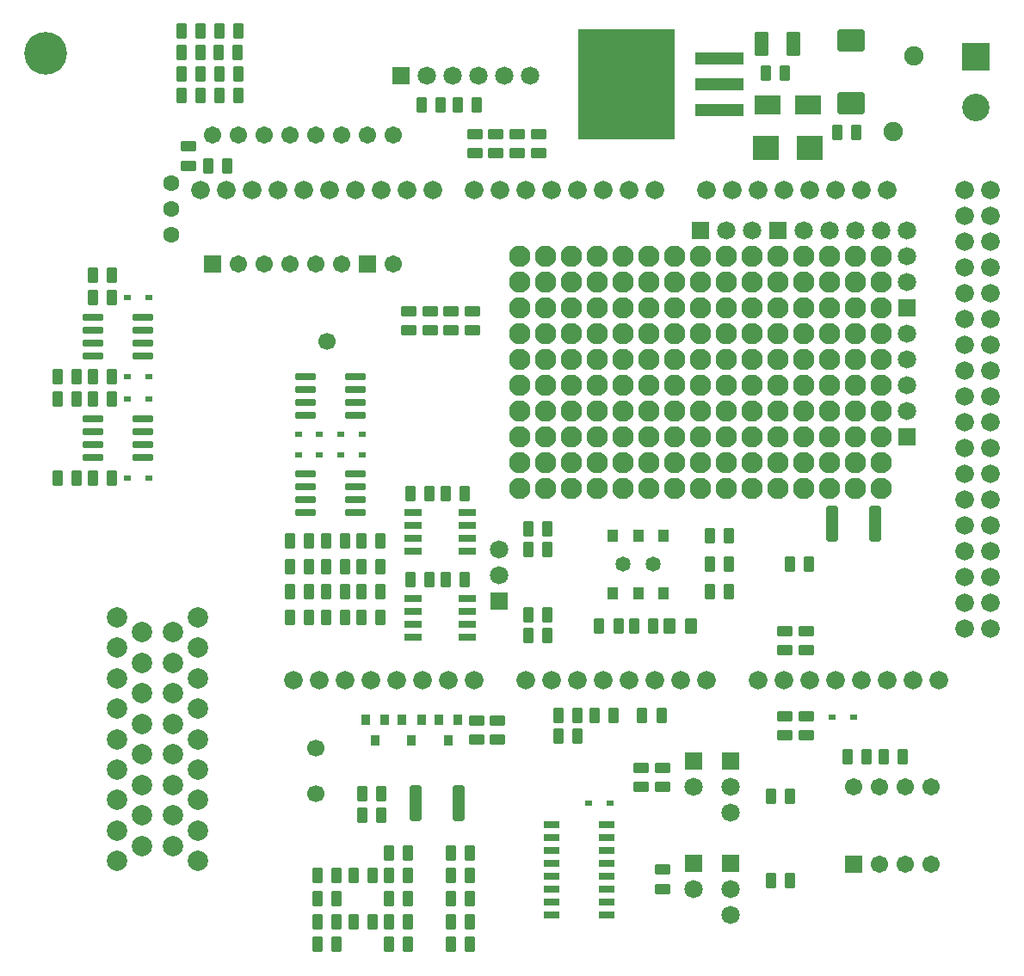
<source format=gts>
G04*
G04 #@! TF.GenerationSoftware,Altium Limited,Altium Designer,20.2.4 (192)*
G04*
G04 Layer_Color=8388736*
%FSLAX44Y44*%
%MOMM*%
G71*
G04*
G04 #@! TF.SameCoordinates,BE2EEFCD-C29F-4362-AD25-489BCFFAE24D*
G04*
G04*
G04 #@! TF.FilePolarity,Negative*
G04*
G01*
G75*
G04:AMPARAMS|DCode=31|XSize=1.077mm|YSize=1.502mm|CornerRadius=0.1729mm|HoleSize=0mm|Usage=FLASHONLY|Rotation=180.000|XOffset=0mm|YOffset=0mm|HoleType=Round|Shape=RoundedRectangle|*
%AMROUNDEDRECTD31*
21,1,1.0770,1.1563,0,0,180.0*
21,1,0.7313,1.5020,0,0,180.0*
1,1,0.3458,-0.3656,0.5781*
1,1,0.3458,0.3656,0.5781*
1,1,0.3458,0.3656,-0.5781*
1,1,0.3458,-0.3656,-0.5781*
%
%ADD31ROUNDEDRECTD31*%
G04:AMPARAMS|DCode=32|XSize=2.052mm|YSize=0.702mm|CornerRadius=0.126mm|HoleSize=0mm|Usage=FLASHONLY|Rotation=180.000|XOffset=0mm|YOffset=0mm|HoleType=Round|Shape=RoundedRectangle|*
%AMROUNDEDRECTD32*
21,1,2.0520,0.4500,0,0,180.0*
21,1,1.8000,0.7020,0,0,180.0*
1,1,0.2520,-0.9000,0.2250*
1,1,0.2520,0.9000,0.2250*
1,1,0.2520,0.9000,-0.2250*
1,1,0.2520,-0.9000,-0.2250*
%
%ADD32ROUNDEDRECTD32*%
G04:AMPARAMS|DCode=33|XSize=1.077mm|YSize=1.502mm|CornerRadius=0.1729mm|HoleSize=0mm|Usage=FLASHONLY|Rotation=270.000|XOffset=0mm|YOffset=0mm|HoleType=Round|Shape=RoundedRectangle|*
%AMROUNDEDRECTD33*
21,1,1.0770,1.1563,0,0,270.0*
21,1,0.7313,1.5020,0,0,270.0*
1,1,0.3458,-0.5781,-0.3656*
1,1,0.3458,-0.5781,0.3656*
1,1,0.3458,0.5781,0.3656*
1,1,0.3458,0.5781,-0.3656*
%
%ADD33ROUNDEDRECTD33*%
%ADD34R,2.6020X2.4020*%
G04:AMPARAMS|DCode=35|XSize=2.177mm|YSize=2.652mm|CornerRadius=0.1755mm|HoleSize=0mm|Usage=FLASHONLY|Rotation=90.000|XOffset=0mm|YOffset=0mm|HoleType=Round|Shape=RoundedRectangle|*
%AMROUNDEDRECTD35*
21,1,2.1770,2.3010,0,0,90.0*
21,1,1.8260,2.6520,0,0,90.0*
1,1,0.3510,1.1505,0.9130*
1,1,0.3510,1.1505,-0.9130*
1,1,0.3510,-1.1505,-0.9130*
1,1,0.3510,-1.1505,0.9130*
%
%ADD35ROUNDEDRECTD35*%
G04:AMPARAMS|DCode=36|XSize=1.427mm|YSize=2.452mm|CornerRadius=0.1769mm|HoleSize=0mm|Usage=FLASHONLY|Rotation=0.000|XOffset=0mm|YOffset=0mm|HoleType=Round|Shape=RoundedRectangle|*
%AMROUNDEDRECTD36*
21,1,1.4270,2.0983,0,0,0.0*
21,1,1.0733,2.4520,0,0,0.0*
1,1,0.3538,0.5366,-1.0491*
1,1,0.3538,-0.5366,-1.0491*
1,1,0.3538,-0.5366,1.0491*
1,1,0.3538,0.5366,1.0491*
%
%ADD36ROUNDEDRECTD36*%
%ADD37R,0.7020X0.5520*%
%ADD38R,1.6020X0.7020*%
G04:AMPARAMS|DCode=39|XSize=1.252mm|YSize=1.502mm|CornerRadius=0.1775mm|HoleSize=0mm|Usage=FLASHONLY|Rotation=0.000|XOffset=0mm|YOffset=0mm|HoleType=Round|Shape=RoundedRectangle|*
%AMROUNDEDRECTD39*
21,1,1.2520,1.1470,0,0,0.0*
21,1,0.8970,1.5020,0,0,0.0*
1,1,0.3550,0.4485,-0.5735*
1,1,0.3550,-0.4485,-0.5735*
1,1,0.3550,-0.4485,0.5735*
1,1,0.3550,0.4485,0.5735*
%
%ADD39ROUNDEDRECTD39*%
%ADD40R,1.6520X0.7020*%
%ADD41R,2.6020X1.9020*%
%ADD42R,1.1020X1.2520*%
%ADD43R,4.7020X1.2020*%
%ADD44R,9.5020X10.9020*%
%ADD45R,0.9020X1.0020*%
G04:AMPARAMS|DCode=46|XSize=1.227mm|YSize=3.502mm|CornerRadius=0.1747mm|HoleSize=0mm|Usage=FLASHONLY|Rotation=180.000|XOffset=0mm|YOffset=0mm|HoleType=Round|Shape=RoundedRectangle|*
%AMROUNDEDRECTD46*
21,1,1.2270,3.1525,0,0,180.0*
21,1,0.8775,3.5020,0,0,180.0*
1,1,0.3495,-0.4387,1.5763*
1,1,0.3495,0.4387,1.5763*
1,1,0.3495,0.4387,-1.5763*
1,1,0.3495,-0.4387,-1.5763*
%
%ADD46ROUNDEDRECTD46*%
%ADD47C,1.7000*%
%ADD48C,2.0032*%
%ADD49C,2.1020*%
G04:AMPARAMS|DCode=50|XSize=1.802mm|YSize=1.802mm|CornerRadius=0.901mm|HoleSize=0mm|Usage=FLASHONLY|Rotation=90.000|XOffset=0mm|YOffset=0mm|HoleType=Round|Shape=RoundedRectangle|*
%AMROUNDEDRECTD50*
21,1,1.8020,0.0000,0,0,90.0*
21,1,0.0000,1.8020,0,0,90.0*
1,1,1.8020,0.0000,0.0000*
1,1,1.8020,0.0000,0.0000*
1,1,1.8020,0.0000,0.0000*
1,1,1.8020,0.0000,0.0000*
%
%ADD50ROUNDEDRECTD50*%
%ADD51R,1.8020X1.8020*%
G04:AMPARAMS|DCode=52|XSize=1.802mm|YSize=1.802mm|CornerRadius=0.901mm|HoleSize=0mm|Usage=FLASHONLY|Rotation=0.000|XOffset=0mm|YOffset=0mm|HoleType=Round|Shape=RoundedRectangle|*
%AMROUNDEDRECTD52*
21,1,1.8020,0.0000,0,0,0.0*
21,1,0.0000,1.8020,0,0,0.0*
1,1,1.8020,0.0000,0.0000*
1,1,1.8020,0.0000,0.0000*
1,1,1.8020,0.0000,0.0000*
1,1,1.8020,0.0000,0.0000*
%
%ADD52ROUNDEDRECTD52*%
%ADD53R,1.8020X1.8020*%
%ADD54C,1.6020*%
%ADD55C,0.1020*%
%ADD56C,4.2020*%
%ADD57C,1.9020*%
G04:AMPARAMS|DCode=58|XSize=1.8292mm|YSize=1.8292mm|CornerRadius=0.9146mm|HoleSize=0mm|Usage=FLASHONLY|Rotation=0.000|XOffset=0mm|YOffset=0mm|HoleType=Round|Shape=RoundedRectangle|*
%AMROUNDEDRECTD58*
21,1,1.8292,0.0000,0,0,0.0*
21,1,0.0000,1.8292,0,0,0.0*
1,1,1.8292,0.0000,0.0000*
1,1,1.8292,0.0000,0.0000*
1,1,1.8292,0.0000,0.0000*
1,1,1.8292,0.0000,0.0000*
%
%ADD58ROUNDEDRECTD58*%
%ADD59C,1.4830*%
%ADD60R,1.7020X1.7020*%
G04:AMPARAMS|DCode=61|XSize=1.702mm|YSize=1.702mm|CornerRadius=0.851mm|HoleSize=0mm|Usage=FLASHONLY|Rotation=90.000|XOffset=0mm|YOffset=0mm|HoleType=Round|Shape=RoundedRectangle|*
%AMROUNDEDRECTD61*
21,1,1.7020,0.0000,0,0,90.0*
21,1,0.0000,1.7020,0,0,90.0*
1,1,1.7020,0.0000,0.0000*
1,1,1.7020,0.0000,0.0000*
1,1,1.7020,0.0000,0.0000*
1,1,1.7020,0.0000,0.0000*
%
%ADD61ROUNDEDRECTD61*%
%ADD62C,2.7020*%
%ADD63R,2.7020X2.7020*%
D31*
X1788625Y403000D02*
D03*
X1807375D02*
D03*
X1788625Y458000D02*
D03*
X1807375D02*
D03*
X1861875Y914000D02*
D03*
X1843125D02*
D03*
X1932375Y855000D02*
D03*
X1913625D02*
D03*
X1375625Y428000D02*
D03*
X1394375D02*
D03*
X1491375Y101000D02*
D03*
X1472625D02*
D03*
X1540625Y882000D02*
D03*
X1559375D02*
D03*
X1504625D02*
D03*
X1523375D02*
D03*
X1294625Y822000D02*
D03*
X1313375D02*
D03*
X1421375Y56000D02*
D03*
X1402625D02*
D03*
X1658375Y281000D02*
D03*
X1639625D02*
D03*
X1446625Y204000D02*
D03*
X1465375D02*
D03*
X1533625Y56000D02*
D03*
X1552375D02*
D03*
X1722000Y281000D02*
D03*
X1740750D02*
D03*
X1533625Y146000D02*
D03*
X1552375D02*
D03*
X1421375Y101000D02*
D03*
X1402625D02*
D03*
X1421375Y78500D02*
D03*
X1402625D02*
D03*
X1421375Y123500D02*
D03*
X1402625D02*
D03*
X1533625Y101000D02*
D03*
X1552375D02*
D03*
X1533625Y78500D02*
D03*
X1552375D02*
D03*
X1533625Y123500D02*
D03*
X1552375D02*
D03*
X1959625Y241000D02*
D03*
X1978375D02*
D03*
X1445625Y428000D02*
D03*
X1464375D02*
D03*
Y453000D02*
D03*
X1445625D02*
D03*
X1181625Y593000D02*
D03*
X1200375D02*
D03*
Y515000D02*
D03*
X1181625D02*
D03*
Y693000D02*
D03*
X1200375D02*
D03*
Y615000D02*
D03*
X1181625D02*
D03*
X1305250Y934000D02*
D03*
X1324000D02*
D03*
X1305625Y955000D02*
D03*
X1324375D02*
D03*
X1788625Y430000D02*
D03*
X1807375D02*
D03*
X1287375Y934000D02*
D03*
X1268625D02*
D03*
Y955000D02*
D03*
X1287375D02*
D03*
X1609625Y445000D02*
D03*
X1628375D02*
D03*
Y465000D02*
D03*
X1609625D02*
D03*
X1165375Y593000D02*
D03*
X1146625D02*
D03*
Y515000D02*
D03*
X1165375D02*
D03*
X1429375Y428000D02*
D03*
X1410625D02*
D03*
Y453000D02*
D03*
X1429375D02*
D03*
X1394375D02*
D03*
X1375625D02*
D03*
X1324375Y892000D02*
D03*
X1305625D02*
D03*
X1324375Y913000D02*
D03*
X1305625D02*
D03*
X1287375Y892000D02*
D03*
X1268625D02*
D03*
Y913000D02*
D03*
X1287375D02*
D03*
X1867250Y430000D02*
D03*
X1886000D02*
D03*
X1628375Y360000D02*
D03*
X1609625D02*
D03*
Y380000D02*
D03*
X1628375D02*
D03*
X1200375Y715000D02*
D03*
X1181625D02*
D03*
X1165375Y615000D02*
D03*
X1146625D02*
D03*
X1410625Y378000D02*
D03*
X1429375D02*
D03*
X1410625Y403000D02*
D03*
X1429375D02*
D03*
X1394375Y378000D02*
D03*
X1375625D02*
D03*
X1394375Y403000D02*
D03*
X1375625D02*
D03*
X1639625Y261000D02*
D03*
X1658375D02*
D03*
X1491375Y56000D02*
D03*
X1472625D02*
D03*
X1693375Y281000D02*
D03*
X1674625D02*
D03*
X1446625Y183000D02*
D03*
X1465375D02*
D03*
X1491375Y146000D02*
D03*
X1472625D02*
D03*
X1456375Y78500D02*
D03*
X1437625D02*
D03*
Y123500D02*
D03*
X1456375D02*
D03*
X1472625Y78500D02*
D03*
X1491375D02*
D03*
X1472625Y123500D02*
D03*
X1491375D02*
D03*
X1942375Y241000D02*
D03*
X1923625D02*
D03*
X1464375Y378000D02*
D03*
X1445625D02*
D03*
Y403000D02*
D03*
X1464375D02*
D03*
X1867375Y202000D02*
D03*
X1848625D02*
D03*
X1867375Y119000D02*
D03*
X1848625D02*
D03*
X1679625Y369000D02*
D03*
X1698375D02*
D03*
X1714000D02*
D03*
X1732750D02*
D03*
X1512375Y415000D02*
D03*
X1493625D02*
D03*
X1547375D02*
D03*
X1528625D02*
D03*
X1512375Y500000D02*
D03*
X1493625D02*
D03*
X1547375D02*
D03*
X1528625D02*
D03*
D32*
X1390250Y576950D02*
D03*
Y589650D02*
D03*
Y602350D02*
D03*
Y615050D02*
D03*
X1439750D02*
D03*
Y602350D02*
D03*
Y589650D02*
D03*
Y576950D02*
D03*
X1390250Y480950D02*
D03*
Y493650D02*
D03*
Y506350D02*
D03*
Y519050D02*
D03*
X1439750D02*
D03*
Y506350D02*
D03*
Y493650D02*
D03*
Y480950D02*
D03*
X1230750Y673050D02*
D03*
Y660350D02*
D03*
Y647650D02*
D03*
Y634950D02*
D03*
X1181250D02*
D03*
Y647650D02*
D03*
Y660350D02*
D03*
Y673050D02*
D03*
X1230750Y573050D02*
D03*
Y560350D02*
D03*
Y547650D02*
D03*
Y534950D02*
D03*
X1181250D02*
D03*
Y547650D02*
D03*
Y560350D02*
D03*
Y573050D02*
D03*
D33*
X1620000Y834625D02*
D03*
Y853375D02*
D03*
X1599000D02*
D03*
Y834625D02*
D03*
X1492000Y679375D02*
D03*
Y660625D02*
D03*
X1513000Y679375D02*
D03*
Y660625D02*
D03*
X1559000Y276375D02*
D03*
Y257625D02*
D03*
X1578000Y834625D02*
D03*
Y853375D02*
D03*
X1557000D02*
D03*
Y834625D02*
D03*
X1555000Y679375D02*
D03*
Y660625D02*
D03*
X1534000Y679375D02*
D03*
Y660625D02*
D03*
X1275000Y841375D02*
D03*
Y822625D02*
D03*
X1579000Y276375D02*
D03*
Y257625D02*
D03*
X1721000Y210625D02*
D03*
Y229375D02*
D03*
X1742000D02*
D03*
Y210625D02*
D03*
Y129375D02*
D03*
Y110625D02*
D03*
X1883000Y345625D02*
D03*
Y364375D02*
D03*
Y280375D02*
D03*
Y261625D02*
D03*
X1862000Y280375D02*
D03*
Y261625D02*
D03*
Y364375D02*
D03*
Y345625D02*
D03*
D34*
X1843500Y840000D02*
D03*
X1886500D02*
D03*
D35*
X1927500Y883875D02*
D03*
Y946125D02*
D03*
D36*
X1839625Y942500D02*
D03*
X1870375D02*
D03*
D37*
X1215500Y693000D02*
D03*
X1236500D02*
D03*
Y593000D02*
D03*
X1215500D02*
D03*
Y515000D02*
D03*
X1236500D02*
D03*
X1404500Y538000D02*
D03*
X1383500D02*
D03*
X1446500D02*
D03*
X1425500D02*
D03*
X1404500Y558000D02*
D03*
X1383500D02*
D03*
X1236500Y615000D02*
D03*
X1215500D02*
D03*
X1929500Y280000D02*
D03*
X1908500D02*
D03*
X1446500Y558000D02*
D03*
X1425500D02*
D03*
X1669500Y195000D02*
D03*
X1690500D02*
D03*
D38*
X1633000Y173450D02*
D03*
Y160750D02*
D03*
Y148050D02*
D03*
Y135350D02*
D03*
Y122650D02*
D03*
Y109950D02*
D03*
Y97250D02*
D03*
Y84550D02*
D03*
X1687000D02*
D03*
Y97250D02*
D03*
Y109950D02*
D03*
Y122650D02*
D03*
Y135350D02*
D03*
Y148050D02*
D03*
Y160750D02*
D03*
Y173450D02*
D03*
D39*
X1749000Y369000D02*
D03*
X1769500D02*
D03*
D40*
X1496000Y442950D02*
D03*
Y455650D02*
D03*
Y468350D02*
D03*
Y481050D02*
D03*
X1550000D02*
D03*
Y468350D02*
D03*
Y455650D02*
D03*
Y442950D02*
D03*
Y357950D02*
D03*
Y370650D02*
D03*
Y383350D02*
D03*
Y396050D02*
D03*
X1496000D02*
D03*
Y383350D02*
D03*
Y370650D02*
D03*
Y357950D02*
D03*
D41*
X1845000Y882500D02*
D03*
X1885000D02*
D03*
D42*
X1743000Y401750D02*
D03*
X1718000D02*
D03*
X1693000D02*
D03*
X1743000Y458250D02*
D03*
X1718000D02*
D03*
X1693000D02*
D03*
D43*
X1797750Y877100D02*
D03*
Y902500D02*
D03*
Y927900D02*
D03*
D44*
X1706250Y902500D02*
D03*
D45*
X1540500Y277000D02*
D03*
X1521500D02*
D03*
X1531000Y257000D02*
D03*
X1459000D02*
D03*
X1449500Y277000D02*
D03*
X1468500D02*
D03*
X1504500D02*
D03*
X1485500D02*
D03*
X1495000Y257000D02*
D03*
D46*
X1541375Y195000D02*
D03*
X1498625D02*
D03*
X1908625Y470000D02*
D03*
X1951375D02*
D03*
D47*
X1412000Y650000D02*
D03*
X1401000Y204000D02*
D03*
Y249000D02*
D03*
D48*
X1205000Y138000D02*
D03*
Y168000D02*
D03*
X1230000Y153000D02*
D03*
Y183000D02*
D03*
X1260000Y153000D02*
D03*
Y183000D02*
D03*
X1285000Y138000D02*
D03*
Y168000D02*
D03*
X1205000Y378000D02*
D03*
Y348000D02*
D03*
Y318000D02*
D03*
Y288000D02*
D03*
Y258000D02*
D03*
Y228000D02*
D03*
Y198000D02*
D03*
X1230000Y363000D02*
D03*
Y333000D02*
D03*
Y303000D02*
D03*
Y273000D02*
D03*
Y243000D02*
D03*
Y213000D02*
D03*
X1260000D02*
D03*
Y243000D02*
D03*
Y273000D02*
D03*
Y303000D02*
D03*
Y333000D02*
D03*
Y363000D02*
D03*
X1285000Y198000D02*
D03*
Y228000D02*
D03*
Y258000D02*
D03*
Y288000D02*
D03*
Y318000D02*
D03*
Y348000D02*
D03*
Y378000D02*
D03*
D49*
X1957150Y505200D02*
D03*
X1931750D02*
D03*
X1906350D02*
D03*
X1880950D02*
D03*
X1855550D02*
D03*
X1830150D02*
D03*
X1804750D02*
D03*
X1779350D02*
D03*
X1753950D02*
D03*
X1728550D02*
D03*
X1703150D02*
D03*
X1677750D02*
D03*
X1652350D02*
D03*
X1626950D02*
D03*
X1601550D02*
D03*
X1957150Y530600D02*
D03*
X1931750D02*
D03*
X1906350D02*
D03*
X1880950D02*
D03*
X1855550D02*
D03*
X1830150D02*
D03*
X1804750D02*
D03*
X1779350D02*
D03*
X1753950D02*
D03*
X1728550D02*
D03*
X1703150D02*
D03*
X1677750D02*
D03*
X1652350D02*
D03*
X1626950D02*
D03*
X1601550D02*
D03*
X1957150Y556000D02*
D03*
X1931750D02*
D03*
X1906350D02*
D03*
X1880950D02*
D03*
X1855550D02*
D03*
X1830150D02*
D03*
X1804750D02*
D03*
X1779350D02*
D03*
X1753950D02*
D03*
X1728550D02*
D03*
X1703150D02*
D03*
X1677750D02*
D03*
X1652350D02*
D03*
X1626950D02*
D03*
X1601550D02*
D03*
X1957150Y581400D02*
D03*
X1931750D02*
D03*
X1906350D02*
D03*
X1880950D02*
D03*
X1855550D02*
D03*
X1830150D02*
D03*
X1804750D02*
D03*
X1779350D02*
D03*
X1753950D02*
D03*
X1728550D02*
D03*
X1703150D02*
D03*
X1677750D02*
D03*
X1652350D02*
D03*
X1626950D02*
D03*
X1601550D02*
D03*
X1957150Y606800D02*
D03*
X1931750D02*
D03*
X1906350D02*
D03*
X1880950D02*
D03*
X1855550D02*
D03*
X1830150D02*
D03*
X1804750D02*
D03*
X1779350D02*
D03*
X1753950D02*
D03*
X1728550D02*
D03*
X1703150D02*
D03*
X1677750D02*
D03*
X1652350D02*
D03*
X1626950D02*
D03*
X1601550D02*
D03*
X1957150Y632200D02*
D03*
X1931750D02*
D03*
X1906350D02*
D03*
X1880950D02*
D03*
X1855550D02*
D03*
X1830150D02*
D03*
X1804750D02*
D03*
X1779350D02*
D03*
X1753950D02*
D03*
X1728550D02*
D03*
X1703150D02*
D03*
X1677750D02*
D03*
X1652350D02*
D03*
X1626950D02*
D03*
X1601550D02*
D03*
X1957150Y657600D02*
D03*
X1931750D02*
D03*
X1906350D02*
D03*
X1880950D02*
D03*
X1855550D02*
D03*
X1830150D02*
D03*
X1804750D02*
D03*
X1779350D02*
D03*
X1753950D02*
D03*
X1728550D02*
D03*
X1703150D02*
D03*
X1677750D02*
D03*
X1652350D02*
D03*
X1626950D02*
D03*
X1601550D02*
D03*
X1957150Y683000D02*
D03*
X1931750D02*
D03*
X1906350D02*
D03*
X1880950D02*
D03*
X1855550D02*
D03*
X1830150D02*
D03*
X1804750D02*
D03*
X1779350D02*
D03*
X1753950D02*
D03*
X1728550D02*
D03*
X1703150D02*
D03*
X1677750D02*
D03*
X1652350D02*
D03*
X1626950D02*
D03*
X1601550D02*
D03*
X1957150Y708400D02*
D03*
X1931750D02*
D03*
X1906350D02*
D03*
X1880950D02*
D03*
X1855550D02*
D03*
X1830150D02*
D03*
X1804750D02*
D03*
X1779350D02*
D03*
X1753950D02*
D03*
X1728550D02*
D03*
X1703150D02*
D03*
X1677750D02*
D03*
X1652350D02*
D03*
X1626950D02*
D03*
X1601550D02*
D03*
X1957150Y733800D02*
D03*
X1931750D02*
D03*
X1906350D02*
D03*
X1880950D02*
D03*
X1855550D02*
D03*
X1830150D02*
D03*
X1804750D02*
D03*
X1779350D02*
D03*
X1753950D02*
D03*
X1728550D02*
D03*
X1703150D02*
D03*
X1677750D02*
D03*
X1652350D02*
D03*
X1626950D02*
D03*
X1601550D02*
D03*
D50*
X1830150Y759200D02*
D03*
X1804750D02*
D03*
X1611800Y911000D02*
D03*
X1586400D02*
D03*
X1561000D02*
D03*
X1535600D02*
D03*
X1510200D02*
D03*
X1957150Y759200D02*
D03*
X1931750D02*
D03*
X1906350D02*
D03*
X1880950D02*
D03*
D51*
X1779350D02*
D03*
X1484800Y911000D02*
D03*
X1855550Y759200D02*
D03*
D52*
X1772000Y110600D02*
D03*
Y210600D02*
D03*
X1809000Y85200D02*
D03*
Y110600D02*
D03*
Y185200D02*
D03*
Y210600D02*
D03*
X1581000Y444800D02*
D03*
Y419400D02*
D03*
X1982550Y708400D02*
D03*
Y733800D02*
D03*
Y759200D02*
D03*
Y581400D02*
D03*
Y606800D02*
D03*
Y632200D02*
D03*
Y657600D02*
D03*
D53*
X1772000Y136000D02*
D03*
Y236000D02*
D03*
X1809000Y136000D02*
D03*
Y236000D02*
D03*
X1581000Y394000D02*
D03*
X1982550Y683000D02*
D03*
Y556000D02*
D03*
D54*
X1258200Y754430D02*
D03*
Y779830D02*
D03*
Y805230D02*
D03*
D55*
Y830630D02*
D03*
Y856030D02*
D03*
Y881430D02*
D03*
X1135000Y701930D02*
D03*
D56*
Y933430D02*
D03*
D57*
X1989000Y931000D02*
D03*
X1969000Y856000D02*
D03*
D58*
X1607000Y316400D02*
D03*
X1556200D02*
D03*
X1530800D02*
D03*
X1505400D02*
D03*
X1480000D02*
D03*
X1454600D02*
D03*
X1429200D02*
D03*
X1403800D02*
D03*
X1962600Y799000D02*
D03*
X1937200D02*
D03*
X1911800D02*
D03*
X1886400D02*
D03*
X1861000D02*
D03*
X1835600D02*
D03*
X1810200D02*
D03*
X1784800D02*
D03*
X1734000D02*
D03*
X1708600D02*
D03*
X1683200D02*
D03*
X1657800D02*
D03*
X1632400D02*
D03*
X1607000D02*
D03*
X1581600D02*
D03*
X1556200D02*
D03*
X1363160D02*
D03*
X1515560D02*
D03*
X1490160D02*
D03*
X1464760D02*
D03*
X1286960D02*
D03*
X1312360D02*
D03*
X1337760D02*
D03*
X1388560D02*
D03*
X1413960D02*
D03*
X1439360D02*
D03*
X1378400Y316400D02*
D03*
X1632400D02*
D03*
X1657800D02*
D03*
X1683200D02*
D03*
X1708600D02*
D03*
X1734000D02*
D03*
X1759400D02*
D03*
X1784800D02*
D03*
X1835600D02*
D03*
X1861000D02*
D03*
X1886400D02*
D03*
X1911800D02*
D03*
X1937200D02*
D03*
X1962600D02*
D03*
X1988000D02*
D03*
X2013400D02*
D03*
X2038800Y799000D02*
D03*
X2064200D02*
D03*
X2038800Y773600D02*
D03*
X2064200D02*
D03*
X2038800Y748200D02*
D03*
X2064200D02*
D03*
X2038800Y722800D02*
D03*
X2064200D02*
D03*
X2038800Y697400D02*
D03*
X2064200D02*
D03*
X2038800Y672000D02*
D03*
X2064200D02*
D03*
X2038800Y646600D02*
D03*
X2064200D02*
D03*
X2038800Y621200D02*
D03*
X2064200D02*
D03*
X2038800Y595800D02*
D03*
X2064200D02*
D03*
X2038800Y570400D02*
D03*
X2064200D02*
D03*
X2038800Y545000D02*
D03*
X2064200D02*
D03*
X2038800Y519600D02*
D03*
X2064200D02*
D03*
X2038800Y494200D02*
D03*
X2064200D02*
D03*
X2038800Y468800D02*
D03*
X2064200D02*
D03*
X2038800Y443400D02*
D03*
X2064200D02*
D03*
X2038800Y418000D02*
D03*
X2064200D02*
D03*
X2038800Y392600D02*
D03*
X2064200D02*
D03*
X2038800Y367200D02*
D03*
X2064200D02*
D03*
D59*
X1733000Y430000D02*
D03*
X1703000D02*
D03*
D60*
X1299000Y726000D02*
D03*
X1451400D02*
D03*
X1930000Y135000D02*
D03*
D61*
X1476800Y853000D02*
D03*
X1324400Y726000D02*
D03*
X1451400Y853000D02*
D03*
X1349800Y726000D02*
D03*
X1426000Y853000D02*
D03*
X1375200Y726000D02*
D03*
X1400600Y853000D02*
D03*
Y726000D02*
D03*
X1375200Y853000D02*
D03*
X1426000Y726000D02*
D03*
X1349800Y853000D02*
D03*
X1324400D02*
D03*
X1476800Y726000D02*
D03*
X1299000Y853000D02*
D03*
X2006200Y211200D02*
D03*
X1955400Y135000D02*
D03*
X1980800Y211200D02*
D03*
Y135000D02*
D03*
X1955400Y211200D02*
D03*
X2006200Y135000D02*
D03*
X1930000Y211200D02*
D03*
D62*
X2050000Y880000D02*
D03*
D63*
Y930000D02*
D03*
M02*

</source>
